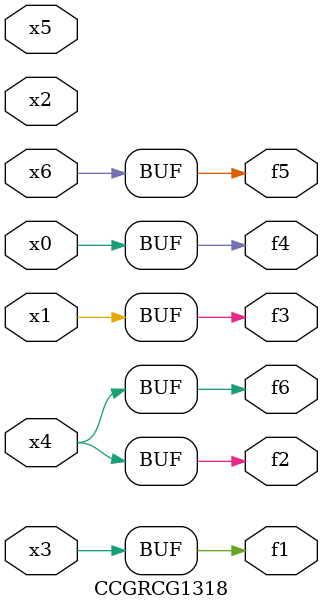
<source format=v>
module CCGRCG1318(
	input x0, x1, x2, x3, x4, x5, x6,
	output f1, f2, f3, f4, f5, f6
);
	assign f1 = x3;
	assign f2 = x4;
	assign f3 = x1;
	assign f4 = x0;
	assign f5 = x6;
	assign f6 = x4;
endmodule

</source>
